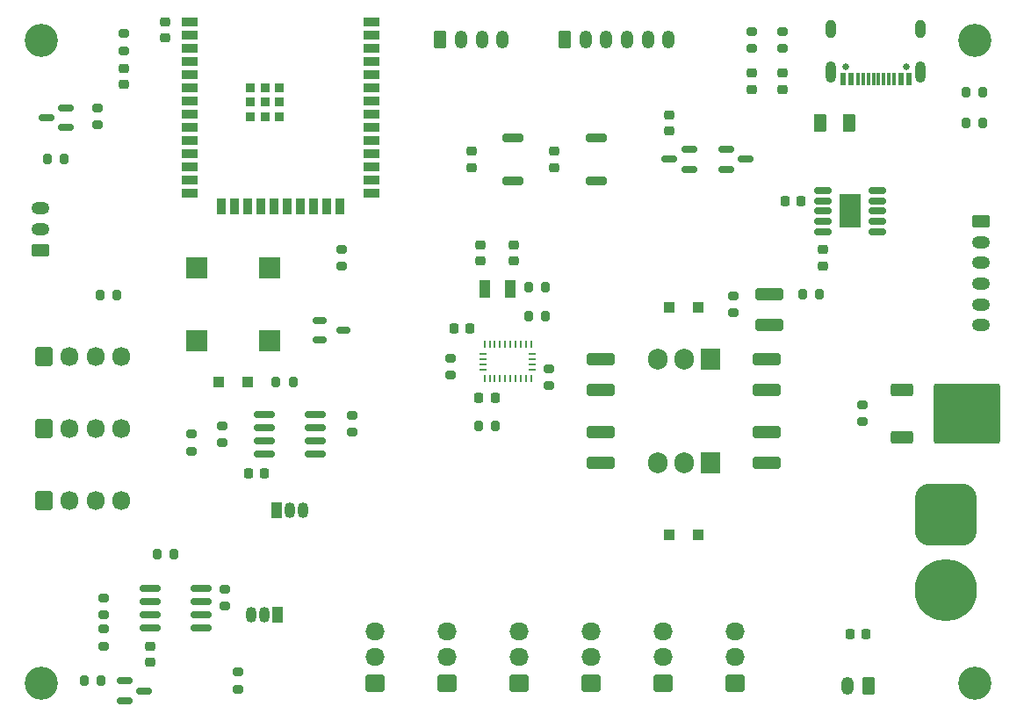
<source format=gbr>
%TF.GenerationSoftware,KiCad,Pcbnew,8.0.7*%
%TF.CreationDate,2025-06-05T13:27:20+09:00*%
%TF.ProjectId,ACT_Base_board_v2,4143545f-4261-4736-955f-626f6172645f,rev?*%
%TF.SameCoordinates,PX2faf080PY2faf080*%
%TF.FileFunction,Soldermask,Top*%
%TF.FilePolarity,Negative*%
%FSLAX46Y46*%
G04 Gerber Fmt 4.6, Leading zero omitted, Abs format (unit mm)*
G04 Created by KiCad (PCBNEW 8.0.7) date 2025-06-05 13:27:20*
%MOMM*%
%LPD*%
G01*
G04 APERTURE LIST*
G04 Aperture macros list*
%AMRoundRect*
0 Rectangle with rounded corners*
0 $1 Rounding radius*
0 $2 $3 $4 $5 $6 $7 $8 $9 X,Y pos of 4 corners*
0 Add a 4 corners polygon primitive as box body*
4,1,4,$2,$3,$4,$5,$6,$7,$8,$9,$2,$3,0*
0 Add four circle primitives for the rounded corners*
1,1,$1+$1,$2,$3*
1,1,$1+$1,$4,$5*
1,1,$1+$1,$6,$7*
1,1,$1+$1,$8,$9*
0 Add four rect primitives between the rounded corners*
20,1,$1+$1,$2,$3,$4,$5,0*
20,1,$1+$1,$4,$5,$6,$7,0*
20,1,$1+$1,$6,$7,$8,$9,0*
20,1,$1+$1,$8,$9,$2,$3,0*%
G04 Aperture macros list end*
%ADD10RoundRect,0.200000X0.275000X-0.200000X0.275000X0.200000X-0.275000X0.200000X-0.275000X-0.200000X0*%
%ADD11RoundRect,0.200000X0.200000X0.275000X-0.200000X0.275000X-0.200000X-0.275000X0.200000X-0.275000X0*%
%ADD12RoundRect,0.225000X0.225000X0.250000X-0.225000X0.250000X-0.225000X-0.250000X0.225000X-0.250000X0*%
%ADD13RoundRect,0.250000X-0.850000X-0.350000X0.850000X-0.350000X0.850000X0.350000X-0.850000X0.350000X0*%
%ADD14RoundRect,0.249997X-2.950003X-2.650003X2.950003X-2.650003X2.950003X2.650003X-2.950003X2.650003X0*%
%ADD15RoundRect,0.225000X-0.225000X-0.250000X0.225000X-0.250000X0.225000X0.250000X-0.225000X0.250000X0*%
%ADD16RoundRect,0.150000X0.687500X0.150000X-0.687500X0.150000X-0.687500X-0.150000X0.687500X-0.150000X0*%
%ADD17R,2.100000X3.300000*%
%ADD18R,1.905000X2.000000*%
%ADD19O,1.905000X2.000000*%
%ADD20RoundRect,0.200000X-0.275000X0.200000X-0.275000X-0.200000X0.275000X-0.200000X0.275000X0.200000X0*%
%ADD21RoundRect,0.225000X-0.250000X0.225000X-0.250000X-0.225000X0.250000X-0.225000X0.250000X0.225000X0*%
%ADD22RoundRect,0.225000X0.250000X-0.225000X0.250000X0.225000X-0.250000X0.225000X-0.250000X-0.225000X0*%
%ADD23RoundRect,0.250000X0.675000X-0.600000X0.675000X0.600000X-0.675000X0.600000X-0.675000X-0.600000X0*%
%ADD24O,1.850000X1.700000*%
%ADD25RoundRect,0.250000X-0.300000X-0.300000X0.300000X-0.300000X0.300000X0.300000X-0.300000X0.300000X0*%
%ADD26RoundRect,0.150000X0.825000X0.150000X-0.825000X0.150000X-0.825000X-0.150000X0.825000X-0.150000X0*%
%ADD27R,2.000000X2.000000*%
%ADD28RoundRect,0.250000X1.100000X-0.325000X1.100000X0.325000X-1.100000X0.325000X-1.100000X-0.325000X0*%
%ADD29RoundRect,0.250000X-0.625000X0.350000X-0.625000X-0.350000X0.625000X-0.350000X0.625000X0.350000X0*%
%ADD30O,1.750000X1.200000*%
%ADD31RoundRect,0.250000X0.300000X0.300000X-0.300000X0.300000X-0.300000X-0.300000X0.300000X-0.300000X0*%
%ADD32RoundRect,0.250000X0.625000X-0.350000X0.625000X0.350000X-0.625000X0.350000X-0.625000X-0.350000X0*%
%ADD33RoundRect,0.150000X-0.587500X-0.150000X0.587500X-0.150000X0.587500X0.150000X-0.587500X0.150000X0*%
%ADD34C,3.200000*%
%ADD35RoundRect,0.250000X-0.600000X-0.675000X0.600000X-0.675000X0.600000X0.675000X-0.600000X0.675000X0*%
%ADD36O,1.700000X1.850000*%
%ADD37RoundRect,0.150000X-0.512500X-0.150000X0.512500X-0.150000X0.512500X0.150000X-0.512500X0.150000X0*%
%ADD38R,1.500000X0.900000*%
%ADD39R,0.900000X1.500000*%
%ADD40R,0.900000X0.900000*%
%ADD41RoundRect,0.250000X-0.350000X-0.625000X0.350000X-0.625000X0.350000X0.625000X-0.350000X0.625000X0*%
%ADD42O,1.200000X1.750000*%
%ADD43RoundRect,0.150000X0.587500X0.150000X-0.587500X0.150000X-0.587500X-0.150000X0.587500X-0.150000X0*%
%ADD44RoundRect,0.218750X-0.256250X0.218750X-0.256250X-0.218750X0.256250X-0.218750X0.256250X0.218750X0*%
%ADD45RoundRect,0.200000X-0.200000X-0.275000X0.200000X-0.275000X0.200000X0.275000X-0.200000X0.275000X0*%
%ADD46R,1.000000X1.800000*%
%ADD47RoundRect,0.250000X-1.100000X0.325000X-1.100000X-0.325000X1.100000X-0.325000X1.100000X0.325000X0*%
%ADD48C,0.650000*%
%ADD49R,0.600000X1.240000*%
%ADD50R,0.300000X1.240000*%
%ADD51O,1.000000X2.100000*%
%ADD52O,1.000000X1.800000*%
%ADD53R,1.050000X1.500000*%
%ADD54O,1.050000X1.500000*%
%ADD55RoundRect,1.500000X-1.500000X1.500000X-1.500000X-1.500000X1.500000X-1.500000X1.500000X1.500000X0*%
%ADD56C,6.000000*%
%ADD57RoundRect,0.200000X-0.800000X0.200000X-0.800000X-0.200000X0.800000X-0.200000X0.800000X0.200000X0*%
%ADD58RoundRect,0.250000X-0.375000X-0.625000X0.375000X-0.625000X0.375000X0.625000X-0.375000X0.625000X0*%
%ADD59RoundRect,0.250000X0.350000X0.625000X-0.350000X0.625000X-0.350000X-0.625000X0.350000X-0.625000X0*%
%ADD60R,0.254000X0.675000*%
%ADD61R,0.675000X0.254000*%
G04 APERTURE END LIST*
D10*
%TO.C,R7*%
X33000000Y-25825000D03*
X33000000Y-24175000D03*
%TD*%
D11*
%TO.C,R25*%
X52625000Y-27800000D03*
X50975000Y-27800000D03*
%TD*%
D10*
%TO.C,R18*%
X9437500Y-12200000D03*
X9437500Y-10550000D03*
%TD*%
D12*
%TO.C,C7*%
X77275000Y-19500000D03*
X75725000Y-19500000D03*
%TD*%
D13*
%TO.C,Q1*%
X86960000Y-37720000D03*
D14*
X93260000Y-40000000D03*
D13*
X86960000Y-42280000D03*
%TD*%
D11*
%TO.C,R24*%
X52625000Y-30600000D03*
X50975000Y-30600000D03*
%TD*%
%TO.C,R19*%
X6262500Y-15500000D03*
X4612500Y-15500000D03*
%TD*%
D15*
%TO.C,C9*%
X46225000Y-38500000D03*
X47775000Y-38500000D03*
%TD*%
D12*
%TO.C,C10*%
X45375000Y-31800000D03*
X43825000Y-31800000D03*
%TD*%
D16*
%TO.C,U3*%
X84637500Y-22500000D03*
X84637500Y-21500000D03*
X84637500Y-20500000D03*
X84637500Y-19500000D03*
X84637500Y-18500000D03*
X79362500Y-18500000D03*
X79362500Y-19500000D03*
X79362500Y-20500000D03*
X79362500Y-21500000D03*
X79362500Y-22500000D03*
D17*
X82000000Y-20500000D03*
%TD*%
D18*
%TO.C,U4*%
X68540000Y-44750000D03*
D19*
X66000000Y-44750000D03*
X63460000Y-44750000D03*
%TD*%
D20*
%TO.C,R17*%
X23000000Y-64925000D03*
X23000000Y-66575000D03*
%TD*%
D21*
%TO.C,C8*%
X64600000Y-11225000D03*
X64600000Y-12775000D03*
%TD*%
D22*
%TO.C,C4*%
X45500000Y-16275000D03*
X45500000Y-14725000D03*
%TD*%
D23*
%TO.C,J11*%
X57050000Y-66000000D03*
D24*
X57050000Y-63500000D03*
X57050000Y-61000000D03*
%TD*%
D15*
%TO.C,C15*%
X23975000Y-45750000D03*
X25525000Y-45750000D03*
%TD*%
D21*
%TO.C,C5*%
X53500000Y-14725000D03*
X53500000Y-16275000D03*
%TD*%
D25*
%TO.C,D1*%
X21100000Y-37000000D03*
X23900000Y-37000000D03*
%TD*%
D26*
%TO.C,U7*%
X19475000Y-60655000D03*
X19475000Y-59385000D03*
X19475000Y-58115000D03*
X19475000Y-56845000D03*
X14525000Y-56845000D03*
X14525000Y-58115000D03*
X14525000Y-59385000D03*
X14525000Y-60655000D03*
%TD*%
D20*
%TO.C,R12*%
X21750000Y-56925000D03*
X21750000Y-58575000D03*
%TD*%
D27*
%TO.C,LS1*%
X19000000Y-33000000D03*
X26000000Y-33000000D03*
X26000000Y-26000000D03*
X19000000Y-26000000D03*
%TD*%
D20*
%TO.C,R15*%
X10000000Y-60775000D03*
X10000000Y-62425000D03*
%TD*%
D23*
%TO.C,J10*%
X50100000Y-66000000D03*
D24*
X50100000Y-63500000D03*
X50100000Y-61000000D03*
%TD*%
D28*
%TO.C,C18*%
X74250000Y-31475000D03*
X74250000Y-28525000D03*
%TD*%
D29*
%TO.C,J1*%
X94600000Y-21500000D03*
D30*
X94600000Y-23500000D03*
X94600000Y-25500000D03*
X94600000Y-27500000D03*
X94600000Y-29500000D03*
X94600000Y-31500000D03*
%TD*%
D22*
%TO.C,C2*%
X12000000Y-8275000D03*
X12000000Y-6725000D03*
%TD*%
D10*
%TO.C,R9*%
X53000000Y-37325000D03*
X53000000Y-35675000D03*
%TD*%
D31*
%TO.C,D5*%
X67400000Y-29750000D03*
X64600000Y-29750000D03*
%TD*%
D26*
%TO.C,U6*%
X30475000Y-43905000D03*
X30475000Y-42635000D03*
X30475000Y-41365000D03*
X30475000Y-40095000D03*
X25525000Y-40095000D03*
X25525000Y-41365000D03*
X25525000Y-42635000D03*
X25525000Y-43905000D03*
%TD*%
D32*
%TO.C,J4*%
X3950000Y-24250000D03*
D30*
X3950000Y-22250000D03*
X3950000Y-20250000D03*
%TD*%
D22*
%TO.C,C6*%
X49600000Y-25275000D03*
X49600000Y-23725000D03*
%TD*%
D33*
%TO.C,Q7*%
X12062500Y-65800000D03*
X12062500Y-67700000D03*
X13937500Y-66750000D03*
%TD*%
D34*
%TO.C,REF1*%
X94000000Y-66000000D03*
%TD*%
D35*
%TO.C,J15*%
X4250000Y-41450000D03*
D36*
X6750000Y-41450000D03*
X9250000Y-41450000D03*
X11750000Y-41450000D03*
%TD*%
D37*
%TO.C,Q4*%
X30862500Y-31050000D03*
X30862500Y-32950000D03*
X33137500Y-32000000D03*
%TD*%
D38*
%TO.C,U1*%
X18350000Y-2280000D03*
X18350000Y-3550000D03*
X18350000Y-4820000D03*
X18350000Y-6090000D03*
X18350000Y-7360000D03*
X18350000Y-8630000D03*
X18350000Y-9900000D03*
X18350000Y-11170000D03*
X18350000Y-12440000D03*
X18350000Y-13710000D03*
X18350000Y-14980000D03*
X18350000Y-16250000D03*
X18350000Y-17520000D03*
X18350000Y-18790000D03*
D39*
X21380000Y-20040000D03*
X22650000Y-20040000D03*
X23920000Y-20040000D03*
X25190000Y-20040000D03*
X26460000Y-20040000D03*
X27730000Y-20040000D03*
X29000000Y-20040000D03*
X30270000Y-20040000D03*
X31540000Y-20040000D03*
X32810000Y-20040000D03*
D38*
X35850000Y-18790000D03*
X35850000Y-17520000D03*
X35850000Y-16250000D03*
X35850000Y-14980000D03*
X35850000Y-13710000D03*
X35850000Y-12440000D03*
X35850000Y-11170000D03*
X35850000Y-9900000D03*
X35850000Y-8630000D03*
X35850000Y-7360000D03*
X35850000Y-6090000D03*
X35850000Y-4820000D03*
X35850000Y-3550000D03*
X35850000Y-2280000D03*
D40*
X24200000Y-8600000D03*
X24200000Y-8600000D03*
X24200000Y-10000000D03*
X24200000Y-11400000D03*
X24200000Y-11400000D03*
X25600000Y-8600000D03*
X25600000Y-10000000D03*
X25600000Y-11400000D03*
X25600000Y-11400000D03*
X27000000Y-8600000D03*
X27000000Y-10000000D03*
X27000000Y-11400000D03*
%TD*%
D34*
%TO.C,REF1*%
X4000000Y-66000000D03*
%TD*%
D10*
%TO.C,R14*%
X10000000Y-59425000D03*
X10000000Y-57775000D03*
%TD*%
D20*
%TO.C,R22*%
X18500000Y-42000000D03*
X18500000Y-43650000D03*
%TD*%
D41*
%TO.C,J5*%
X54500000Y-3950000D03*
D42*
X56500000Y-3950000D03*
X58500000Y-3950000D03*
X60500000Y-3950000D03*
X62500000Y-3950000D03*
X64500000Y-3950000D03*
%TD*%
D43*
%TO.C,Q5*%
X6437500Y-12450000D03*
X6437500Y-10550000D03*
X4562500Y-11500000D03*
%TD*%
D20*
%TO.C,R11*%
X70750000Y-28675000D03*
X70750000Y-30325000D03*
%TD*%
D44*
%TO.C,D3*%
X75500000Y-7212500D03*
X75500000Y-8787500D03*
%TD*%
%TO.C,D2*%
X72500000Y-7212500D03*
X72500000Y-8787500D03*
%TD*%
D15*
%TO.C,C19*%
X81975000Y-61250000D03*
X83525000Y-61250000D03*
%TD*%
D34*
%TO.C,REF1*%
X94000000Y-4000000D03*
%TD*%
D45*
%TO.C,R8*%
X46175000Y-41200000D03*
X47825000Y-41200000D03*
%TD*%
D10*
%TO.C,R5*%
X12000000Y-5050000D03*
X12000000Y-3400000D03*
%TD*%
D11*
%TO.C,R2*%
X94825000Y-12000000D03*
X93175000Y-12000000D03*
%TD*%
%TO.C,R16*%
X9825000Y-65800000D03*
X8175000Y-65800000D03*
%TD*%
D10*
%TO.C,R26*%
X75500000Y-4825000D03*
X75500000Y-3175000D03*
%TD*%
D11*
%TO.C,R13*%
X16825000Y-53600000D03*
X15175000Y-53600000D03*
%TD*%
D46*
%TO.C,Y1*%
X46750000Y-28000000D03*
X49250000Y-28000000D03*
%TD*%
D21*
%TO.C,C3*%
X79400000Y-24225000D03*
X79400000Y-25775000D03*
%TD*%
D23*
%TO.C,J13*%
X70950000Y-66000000D03*
D24*
X70950000Y-63500000D03*
X70950000Y-61000000D03*
%TD*%
D22*
%TO.C,C11*%
X16000000Y-3775000D03*
X16000000Y-2225000D03*
%TD*%
D47*
%TO.C,C17*%
X74000000Y-34775000D03*
X74000000Y-37725000D03*
%TD*%
D33*
%TO.C,Q3*%
X70062500Y-14550000D03*
X70062500Y-16450000D03*
X71937500Y-15500000D03*
%TD*%
D23*
%TO.C,J8*%
X36200000Y-66000000D03*
D24*
X36200000Y-63500000D03*
X36200000Y-61000000D03*
%TD*%
D10*
%TO.C,R23*%
X21500000Y-42825000D03*
X21500000Y-41175000D03*
%TD*%
D11*
%TO.C,R20*%
X28325000Y-37000000D03*
X26675000Y-37000000D03*
%TD*%
D48*
%TO.C,J3*%
X87390000Y-6605000D03*
X81610000Y-6605000D03*
D49*
X87700000Y-7725000D03*
X86900000Y-7725000D03*
D50*
X85750000Y-7725000D03*
X84750000Y-7725000D03*
X84250000Y-7725000D03*
X83250000Y-7725000D03*
D49*
X82100000Y-7725000D03*
X81300000Y-7725000D03*
X81300000Y-7725000D03*
X82100000Y-7725000D03*
D50*
X82750000Y-7725000D03*
X83750000Y-7725000D03*
X85250000Y-7725000D03*
X86250000Y-7725000D03*
D49*
X86900000Y-7725000D03*
X87700000Y-7725000D03*
D51*
X88820000Y-7125000D03*
D52*
X88820000Y-2925000D03*
D51*
X80180000Y-7125000D03*
D52*
X80180000Y-2925000D03*
%TD*%
D41*
%TO.C,J7*%
X42500000Y-3950000D03*
D42*
X44500000Y-3950000D03*
X46500000Y-3950000D03*
X48500000Y-3950000D03*
%TD*%
D34*
%TO.C,REF1*%
X4000000Y-4000000D03*
%TD*%
D23*
%TO.C,J9*%
X43150000Y-66000000D03*
D24*
X43150000Y-63500000D03*
X43150000Y-61000000D03*
%TD*%
D28*
%TO.C,C16*%
X74000000Y-44725000D03*
X74000000Y-41775000D03*
%TD*%
D18*
%TO.C,U5*%
X68540000Y-34805000D03*
D19*
X66000000Y-34805000D03*
X63460000Y-34805000D03*
%TD*%
D23*
%TO.C,J12*%
X64000000Y-66000000D03*
D24*
X64000000Y-63500000D03*
X64000000Y-61000000D03*
%TD*%
D35*
%TO.C,J16*%
X4250000Y-48400000D03*
D36*
X6750000Y-48400000D03*
X9250000Y-48400000D03*
X11750000Y-48400000D03*
%TD*%
D20*
%TO.C,R4*%
X83160000Y-39175000D03*
X83160000Y-40825000D03*
%TD*%
D53*
%TO.C,Q8*%
X26730000Y-49360000D03*
D54*
X28000000Y-49360000D03*
X29270000Y-49360000D03*
%TD*%
D21*
%TO.C,C12*%
X46400000Y-23725000D03*
X46400000Y-25275000D03*
%TD*%
D11*
%TO.C,R27*%
X11325000Y-28600000D03*
X9675000Y-28600000D03*
%TD*%
D20*
%TO.C,R21*%
X34000000Y-40175000D03*
X34000000Y-41825000D03*
%TD*%
D43*
%TO.C,Q2*%
X66475000Y-16450000D03*
X66475000Y-14550000D03*
X64600000Y-15500000D03*
%TD*%
D11*
%TO.C,R1*%
X94825000Y-9000000D03*
X93175000Y-9000000D03*
%TD*%
D22*
%TO.C,C14*%
X14500000Y-64025000D03*
X14500000Y-62475000D03*
%TD*%
D53*
%TO.C,Q6*%
X26770000Y-59390000D03*
D54*
X25500000Y-59390000D03*
X24230000Y-59390000D03*
%TD*%
D55*
%TO.C,J2*%
X91200000Y-49800000D03*
D56*
X91200000Y-57000000D03*
%TD*%
D10*
%TO.C,R6*%
X72500000Y-4825000D03*
X72500000Y-3175000D03*
%TD*%
D47*
%TO.C,C13*%
X58000000Y-34775000D03*
X58000000Y-37725000D03*
%TD*%
D20*
%TO.C,R3*%
X43500000Y-34675000D03*
X43500000Y-36325000D03*
%TD*%
D28*
%TO.C,C1*%
X58000000Y-44725000D03*
X58000000Y-41775000D03*
%TD*%
D57*
%TO.C,SW2*%
X57500000Y-13400000D03*
X57500000Y-17600000D03*
%TD*%
D58*
%TO.C,F1*%
X79100000Y-12000000D03*
X81900000Y-12000000D03*
%TD*%
D31*
%TO.C,D4*%
X67400000Y-51695000D03*
X64600000Y-51695000D03*
%TD*%
D59*
%TO.C,J6*%
X83750000Y-66300000D03*
D42*
X81750000Y-66300000D03*
%TD*%
D35*
%TO.C,J14*%
X4250000Y-34500000D03*
D36*
X6750000Y-34500000D03*
X9250000Y-34500000D03*
X11750000Y-34500000D03*
%TD*%
D60*
%TO.C,U2*%
X46750000Y-33337500D03*
D61*
X46612500Y-34250000D03*
X46612500Y-34750000D03*
X46612500Y-35250000D03*
X46612500Y-35750000D03*
D60*
X46750000Y-36662500D03*
X47250000Y-36662500D03*
X47750000Y-36662500D03*
X48250000Y-36662500D03*
X48750000Y-36662500D03*
X49250000Y-36662500D03*
X49750000Y-36662500D03*
X50250000Y-36662500D03*
X50750000Y-36662500D03*
X51250000Y-36662500D03*
D61*
X51387500Y-35750000D03*
X51387500Y-35250000D03*
X51387500Y-34750000D03*
X51387500Y-34250000D03*
D60*
X51250000Y-33337500D03*
X50750000Y-33337500D03*
X50250000Y-33337500D03*
X49750000Y-33337500D03*
X49250000Y-33337500D03*
X48750000Y-33337500D03*
X48250000Y-33337500D03*
X47750000Y-33337500D03*
X47250000Y-33337500D03*
%TD*%
D11*
%TO.C,R10*%
X79075000Y-28500000D03*
X77425000Y-28500000D03*
%TD*%
D57*
%TO.C,SW1*%
X49500000Y-13400000D03*
X49500000Y-17600000D03*
%TD*%
M02*

</source>
